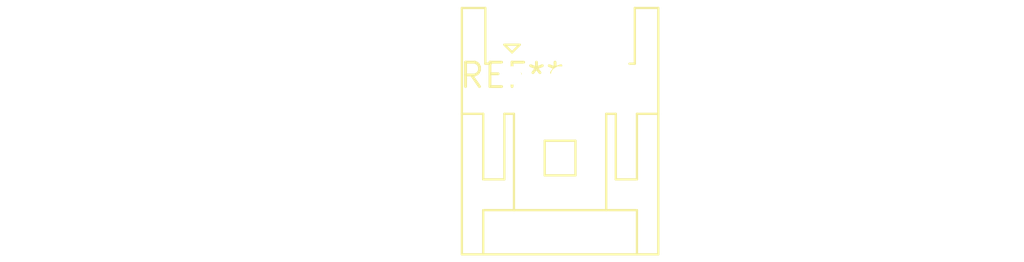
<source format=kicad_pcb>
(kicad_pcb (version 20240108) (generator pcbnew)
  (layers (0 "F.Cu" signal) (31 "B.Cu" signal) (34 "B.Paste" user) (35 "F.Paste" user) (36 "B.SilkS" user "B.Silkscreen") (37 "F.SilkS" user "F.Silkscreen") (38 "B.Mask" user) (39 "F.Mask" user) (44 "Edge.Cuts" user))
  (net 0 "")
  (footprint "JST_XA_S03B-XASK-1N-BN_1x03_P2.50mm_Horizontal" (layer "F.Cu") (at 0 0)
    (property "Reference" "REF**")
    (property "Value" "JST_XA_S03B-XASK-1N-BN_1x03_P2.50mm_Horizontal")
    (fp_line (start -2.61 -3.51) (end -2.61 9.31) (layer "F.SilkS") (stroke (width 0.12)))
    (fp_line (start -2.61 9.31) (end 7.61 9.31) (layer "F.SilkS") (stroke (width 0.12)))
    (fp_line (start -1.5 2) (end -2.61 2) (layer "F.SilkS") (stroke (width 0.12)))
    (fp_line (start -1.5 5.41) (end -1.5 2) (layer "F.SilkS") (stroke (width 0.12)))
    (fp_line (start -1.5 7.01) (end 6.5 7.01) (layer "F.SilkS") (stroke (width 0.12)))
    (fp_line (start -1.5 9.31) (end -1.5 7.01) (layer "F.SilkS") (stroke (width 0.12)))
    (fp_line (start -1.39 -3.51) (end -2.61 -3.51) (layer "F.SilkS") (stroke (width 0.12)))
    (fp_line (start -1.39 -0.61) (end -1.39 -3.51) (layer "F.SilkS") (stroke (width 0.12)))
    (fp_line (start -1.11 -0.61) (end -1.39 -0.61) (layer "F.SilkS") (stroke (width 0.12)))
    (fp_line (start -0.4 -1.6) (end 0.4 -1.6) (layer "F.SilkS") (stroke (width 0.12)))
    (fp_line (start -0.4 2) (end -0.4 5.41) (layer "F.SilkS") (stroke (width 0.12)))
    (fp_line (start -0.4 5.41) (end -1.5 5.41) (layer "F.SilkS") (stroke (width 0.12)))
    (fp_line (start 0 -1.2) (end -0.4 -1.6) (layer "F.SilkS") (stroke (width 0.12)))
    (fp_line (start 0.1 2) (end -0.4 2) (layer "F.SilkS") (stroke (width 0.12)))
    (fp_line (start 0.1 7.01) (end 0.1 2) (layer "F.SilkS") (stroke (width 0.12)))
    (fp_line (start 0.4 -1.6) (end 0 -1.2) (layer "F.SilkS") (stroke (width 0.12)))
    (fp_line (start 1.7 3.4) (end 3.3 3.4) (layer "F.SilkS") (stroke (width 0.12)))
    (fp_line (start 1.7 5.2) (end 1.7 3.4) (layer "F.SilkS") (stroke (width 0.12)))
    (fp_line (start 3.3 3.4) (end 3.3 5.2) (layer "F.SilkS") (stroke (width 0.12)))
    (fp_line (start 3.3 5.2) (end 1.7 5.2) (layer "F.SilkS") (stroke (width 0.12)))
    (fp_line (start 4.9 2) (end 5.4 2) (layer "F.SilkS") (stroke (width 0.12)))
    (fp_line (start 4.9 7.01) (end 4.9 2) (layer "F.SilkS") (stroke (width 0.12)))
    (fp_line (start 5.4 2) (end 5.4 5.41) (layer "F.SilkS") (stroke (width 0.12)))
    (fp_line (start 5.4 5.41) (end 6.5 5.41) (layer "F.SilkS") (stroke (width 0.12)))
    (fp_line (start 6.39 -3.51) (end 6.39 -0.61) (layer "F.SilkS") (stroke (width 0.12)))
    (fp_line (start 6.39 -0.61) (end 6.11 -0.61) (layer "F.SilkS") (stroke (width 0.12)))
    (fp_line (start 6.5 2) (end 7.61 2) (layer "F.SilkS") (stroke (width 0.12)))
    (fp_line (start 6.5 5.41) (end 6.5 2) (layer "F.SilkS") (stroke (width 0.12)))
    (fp_line (start 6.5 7.01) (end 6.5 9.31) (layer "F.SilkS") (stroke (width 0.12)))
    (fp_line (start 7.61 -3.51) (end 6.39 -3.51) (layer "F.SilkS") (stroke (width 0.12)))
    (fp_line (start 7.61 9.31) (end 7.61 -3.51) (layer "F.SilkS") (stroke (width 0.12)))
    (pad "1" thru_hole roundrect (at 0 0) (size 1.7 1.95) (drill 0.95) (layers *.Cu *.Mask) (remove_unused_layers) (roundrect_rratio 0.147059))
    (pad "2" thru_hole oval (at 2.5 0) (size 1.7 1.95) (drill 0.95) (layers *.Cu *.Mask) (remove_unused_layers))
    (pad "3" thru_hole oval (at 5 0) (size 1.7 1.95) (drill 0.95) (layers *.Cu *.Mask) (remove_unused_layers))
  )
)
</source>
